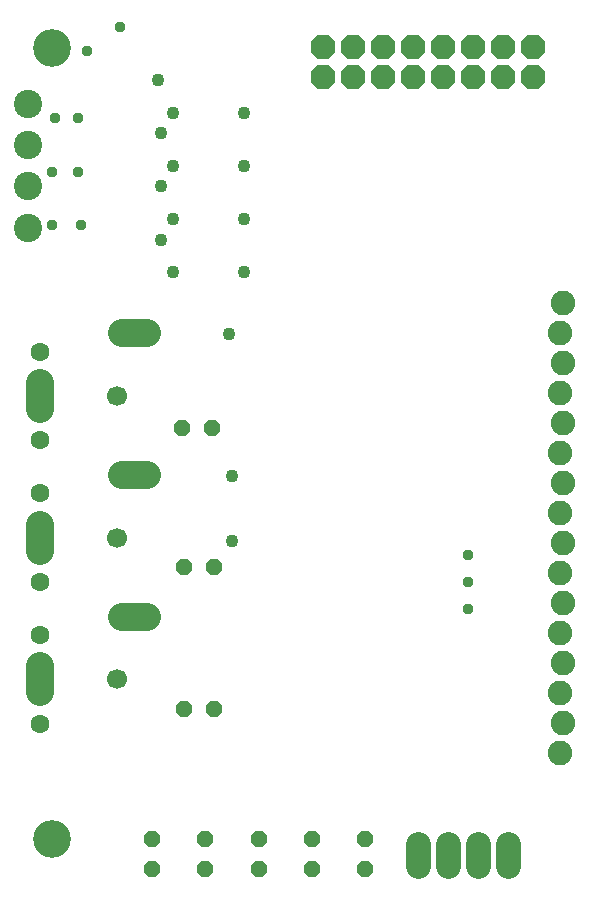
<source format=gbs>
G75*
G70*
%OFA0B0*%
%FSLAX24Y24*%
%IPPOS*%
%LPD*%
%AMOC8*
5,1,8,0,0,1.08239X$1,22.5*
%
%ADD10C,0.1260*%
%ADD11OC8,0.0819*%
%ADD12C,0.0945*%
%ADD13C,0.0630*%
%ADD14C,0.0669*%
%ADD15C,0.0819*%
%ADD16C,0.0819*%
%ADD17OC8,0.0556*%
%ADD18C,0.0945*%
%ADD19C,0.0433*%
%ADD20C,0.0374*%
D10*
X005612Y002621D03*
X005612Y028999D03*
D11*
X014668Y029014D03*
X014668Y028014D03*
X015668Y028014D03*
X015668Y029014D03*
X016668Y029014D03*
X016668Y028014D03*
X017668Y028014D03*
X017668Y029014D03*
X018668Y029014D03*
X018668Y028014D03*
X019668Y028014D03*
X019668Y029014D03*
X020668Y029014D03*
X020668Y028014D03*
X021668Y028014D03*
X021668Y029014D03*
D12*
X008801Y019471D02*
X007935Y019471D01*
X005219Y017817D02*
X005219Y016951D01*
X007935Y014747D02*
X008801Y014747D01*
X005219Y013093D02*
X005219Y012227D01*
X007935Y010022D02*
X008801Y010022D01*
X005219Y008369D02*
X005219Y007503D01*
D13*
X005219Y006459D03*
X005219Y009412D03*
X005219Y011184D03*
X005219Y014136D03*
X005219Y015908D03*
X005219Y018861D03*
D14*
X007778Y017384D03*
X007778Y012660D03*
X007778Y007936D03*
D15*
X017817Y002449D02*
X017817Y001709D01*
X018817Y001709D02*
X018817Y002449D01*
X019817Y002449D02*
X019817Y001709D01*
X020817Y001709D02*
X020817Y002449D01*
D16*
X022541Y005475D03*
X022641Y006475D03*
X022541Y007475D03*
X022641Y008475D03*
X022541Y009475D03*
X022641Y010475D03*
X022541Y011475D03*
X022641Y012475D03*
X022541Y013475D03*
X022641Y014475D03*
X022541Y015475D03*
X022641Y016475D03*
X022541Y017475D03*
X022641Y018475D03*
X022541Y019475D03*
X022641Y020475D03*
D17*
X010935Y016302D03*
X009935Y016302D03*
X010034Y011676D03*
X011034Y011676D03*
X011034Y006951D03*
X010034Y006951D03*
X010731Y002629D03*
X010731Y001629D03*
X012502Y001629D03*
X012502Y002629D03*
X014274Y002629D03*
X014274Y001629D03*
X016046Y001629D03*
X016046Y002629D03*
X008959Y002629D03*
X008959Y001629D03*
D18*
X004825Y022995D03*
X004825Y024373D03*
X004825Y025751D03*
X004825Y027129D03*
D19*
X009156Y027916D03*
X009648Y026833D03*
X009254Y026144D03*
X009648Y025062D03*
X009254Y024373D03*
X009648Y023290D03*
X009254Y022601D03*
X009648Y021518D03*
X011518Y019451D03*
X012010Y021518D03*
X012010Y023290D03*
X012010Y025062D03*
X012010Y026833D03*
X011616Y014727D03*
X011616Y012562D03*
D20*
X019490Y012069D03*
X019490Y011184D03*
X019490Y010298D03*
X006597Y023093D03*
X005612Y023093D03*
X005612Y024865D03*
X006498Y024865D03*
X006498Y026636D03*
X005711Y026636D03*
X006794Y028900D03*
X007876Y029688D03*
M02*

</source>
